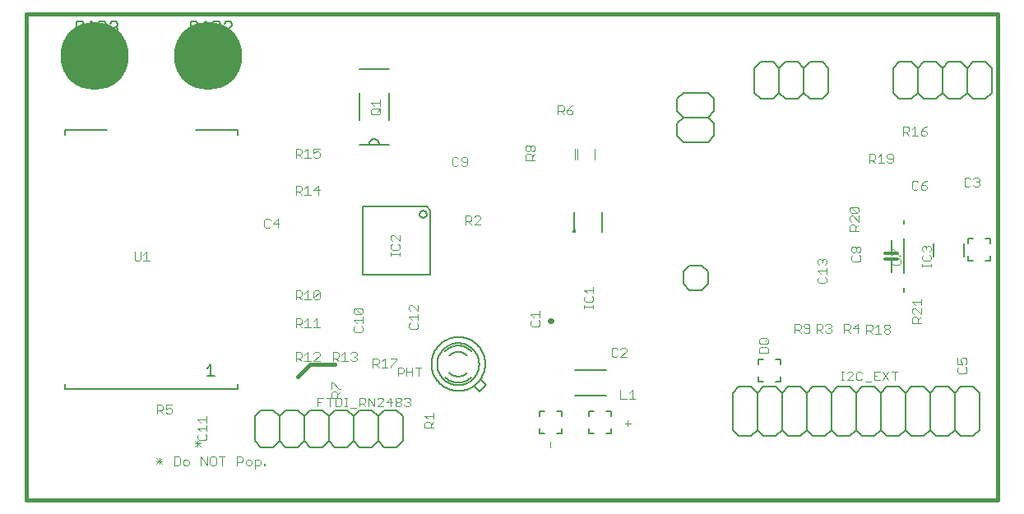
<source format=gto>
G75*
%MOIN*%
%OFA0B0*%
%FSLAX25Y25*%
%IPPOS*%
%LPD*%
%AMOC8*
5,1,8,0,0,1.08239X$1,22.5*
%
%ADD10C,0.01600*%
%ADD11C,0.00300*%
%ADD12C,0.27559*%
%ADD13C,0.00600*%
%ADD14C,0.00400*%
%ADD15C,0.00800*%
%ADD16C,0.02200*%
%ADD17C,0.00500*%
%ADD18C,0.01200*%
D10*
X0001800Y0001800D02*
X0395501Y0001800D01*
X0395501Y0198650D01*
X0001800Y0198650D01*
X0001800Y0001800D01*
X0111800Y0051800D02*
X0116800Y0056800D01*
X0126800Y0056800D01*
D11*
X0125950Y0057950D02*
X0125950Y0061590D01*
X0127770Y0061590D01*
X0128377Y0060983D01*
X0128377Y0059770D01*
X0127770Y0059163D01*
X0125950Y0059163D01*
X0127163Y0059163D02*
X0128377Y0057950D01*
X0129575Y0057950D02*
X0132002Y0057950D01*
X0130788Y0057950D02*
X0130788Y0061590D01*
X0129575Y0060377D01*
X0133200Y0060983D02*
X0133807Y0061590D01*
X0135020Y0061590D01*
X0135627Y0060983D01*
X0135627Y0060377D01*
X0135020Y0059770D01*
X0135627Y0059163D01*
X0135627Y0058557D01*
X0135020Y0057950D01*
X0133807Y0057950D01*
X0133200Y0058557D01*
X0134414Y0059770D02*
X0135020Y0059770D01*
X0142200Y0059090D02*
X0142200Y0055450D01*
X0142200Y0056663D02*
X0144020Y0056663D01*
X0144627Y0057270D01*
X0144627Y0058483D01*
X0144020Y0059090D01*
X0142200Y0059090D01*
X0143413Y0056663D02*
X0144627Y0055450D01*
X0145825Y0055450D02*
X0148252Y0055450D01*
X0149450Y0055450D02*
X0149450Y0056057D01*
X0151877Y0058483D01*
X0151877Y0059090D01*
X0149450Y0059090D01*
X0147038Y0059090D02*
X0147038Y0055450D01*
X0145825Y0057877D02*
X0147038Y0059090D01*
X0137480Y0069825D02*
X0135054Y0069825D01*
X0134447Y0070431D01*
X0134447Y0071645D01*
X0135054Y0072251D01*
X0135660Y0073450D02*
X0134447Y0074663D01*
X0138087Y0074663D01*
X0138087Y0073450D02*
X0138087Y0075876D01*
X0137480Y0077075D02*
X0135054Y0077075D01*
X0134447Y0077682D01*
X0134447Y0078895D01*
X0135054Y0079502D01*
X0137480Y0077075D01*
X0138087Y0077682D01*
X0138087Y0078895D01*
X0137480Y0079502D01*
X0135054Y0079502D01*
X0137480Y0072251D02*
X0138087Y0071645D01*
X0138087Y0070431D01*
X0137480Y0069825D01*
X0120627Y0071700D02*
X0118200Y0071700D01*
X0117002Y0071700D02*
X0114575Y0071700D01*
X0113377Y0071700D02*
X0112163Y0072913D01*
X0112770Y0072913D02*
X0110950Y0072913D01*
X0110950Y0071700D02*
X0110950Y0075340D01*
X0112770Y0075340D01*
X0113377Y0074733D01*
X0113377Y0073520D01*
X0112770Y0072913D01*
X0114575Y0074127D02*
X0115788Y0075340D01*
X0115788Y0071700D01*
X0118200Y0074127D02*
X0119414Y0075340D01*
X0119414Y0071700D01*
X0120020Y0061590D02*
X0118807Y0061590D01*
X0118200Y0060983D01*
X0120020Y0061590D02*
X0120627Y0060983D01*
X0120627Y0060377D01*
X0118200Y0057950D01*
X0120627Y0057950D01*
X0117002Y0057950D02*
X0114575Y0057950D01*
X0113377Y0057950D02*
X0112163Y0059163D01*
X0112770Y0059163D02*
X0110950Y0059163D01*
X0110950Y0057950D02*
X0110950Y0061590D01*
X0112770Y0061590D01*
X0113377Y0060983D01*
X0113377Y0059770D01*
X0112770Y0059163D01*
X0114575Y0060377D02*
X0115788Y0061590D01*
X0115788Y0057950D01*
X0125447Y0049252D02*
X0126054Y0049252D01*
X0128480Y0046825D01*
X0129087Y0046825D01*
X0129087Y0045626D02*
X0127874Y0044413D01*
X0127874Y0045020D02*
X0127874Y0043200D01*
X0129087Y0043200D02*
X0125447Y0043200D01*
X0125447Y0045020D01*
X0126054Y0045626D01*
X0127267Y0045626D01*
X0127874Y0045020D01*
X0125447Y0046825D02*
X0125447Y0049252D01*
X0163197Y0035788D02*
X0166837Y0035788D01*
X0166837Y0034575D02*
X0166837Y0037002D01*
X0164410Y0034575D02*
X0163197Y0035788D01*
X0163804Y0033376D02*
X0165017Y0033376D01*
X0165624Y0032770D01*
X0165624Y0030950D01*
X0166837Y0030950D02*
X0163197Y0030950D01*
X0163197Y0032770D01*
X0163804Y0033376D01*
X0165624Y0032163D02*
X0166837Y0033376D01*
X0098558Y0016307D02*
X0098558Y0015700D01*
X0097952Y0015700D01*
X0097952Y0016307D01*
X0098558Y0016307D01*
X0096753Y0016307D02*
X0096147Y0015700D01*
X0094326Y0015700D01*
X0094326Y0014487D02*
X0094326Y0018127D01*
X0096147Y0018127D01*
X0096753Y0017520D01*
X0096753Y0016307D01*
X0093128Y0016307D02*
X0092521Y0015700D01*
X0091308Y0015700D01*
X0090701Y0016307D01*
X0090701Y0017520D01*
X0091308Y0018127D01*
X0092521Y0018127D01*
X0093128Y0017520D01*
X0093128Y0016307D01*
X0089503Y0017520D02*
X0089503Y0018733D01*
X0088896Y0019340D01*
X0087076Y0019340D01*
X0087076Y0015700D01*
X0087076Y0016913D02*
X0088896Y0016913D01*
X0089503Y0017520D01*
X0082253Y0019340D02*
X0079826Y0019340D01*
X0081039Y0019340D02*
X0081039Y0015700D01*
X0078628Y0016307D02*
X0078628Y0018733D01*
X0078021Y0019340D01*
X0076807Y0019340D01*
X0076201Y0018733D01*
X0076201Y0016307D01*
X0076807Y0015700D01*
X0078021Y0015700D01*
X0078628Y0016307D01*
X0075002Y0015700D02*
X0075002Y0019340D01*
X0072576Y0019340D02*
X0075002Y0015700D01*
X0072576Y0015700D02*
X0072576Y0019340D01*
X0067752Y0017520D02*
X0067145Y0018127D01*
X0065932Y0018127D01*
X0065325Y0017520D01*
X0065325Y0016307D01*
X0065932Y0015700D01*
X0067145Y0015700D01*
X0067752Y0016307D01*
X0067752Y0017520D01*
X0064127Y0016307D02*
X0064127Y0018733D01*
X0063520Y0019340D01*
X0061700Y0019340D01*
X0061700Y0015700D01*
X0063520Y0015700D01*
X0064127Y0016307D01*
X0056877Y0016307D02*
X0054450Y0018733D01*
X0054450Y0017520D02*
X0056877Y0017520D01*
X0056877Y0018733D02*
X0054450Y0016307D01*
X0055663Y0016307D02*
X0055663Y0018733D01*
X0070054Y0023325D02*
X0072480Y0025752D01*
X0071867Y0025950D02*
X0074293Y0025950D01*
X0074900Y0026557D01*
X0074900Y0027770D01*
X0074293Y0028377D01*
X0074900Y0029575D02*
X0074900Y0032002D01*
X0074900Y0033200D02*
X0074900Y0035627D01*
X0074900Y0034414D02*
X0071260Y0034414D01*
X0072473Y0033200D01*
X0071260Y0030788D02*
X0074900Y0030788D01*
X0072473Y0029575D02*
X0071260Y0030788D01*
X0071867Y0028377D02*
X0071260Y0027770D01*
X0071260Y0026557D01*
X0071867Y0025950D01*
X0071267Y0025752D02*
X0071267Y0023325D01*
X0072480Y0023325D02*
X0070054Y0025752D01*
X0070054Y0024538D02*
X0072480Y0024538D01*
X0060145Y0036700D02*
X0058932Y0036700D01*
X0058325Y0037307D01*
X0058325Y0038520D02*
X0059538Y0039127D01*
X0060145Y0039127D01*
X0060752Y0038520D01*
X0060752Y0037307D01*
X0060145Y0036700D01*
X0058325Y0038520D02*
X0058325Y0040340D01*
X0060752Y0040340D01*
X0057127Y0039733D02*
X0057127Y0038520D01*
X0056520Y0037913D01*
X0054700Y0037913D01*
X0054700Y0036700D02*
X0054700Y0040340D01*
X0056520Y0040340D01*
X0057127Y0039733D01*
X0055913Y0037913D02*
X0057127Y0036700D01*
X0110950Y0082950D02*
X0110950Y0086590D01*
X0112770Y0086590D01*
X0113377Y0085983D01*
X0113377Y0084770D01*
X0112770Y0084163D01*
X0110950Y0084163D01*
X0112163Y0084163D02*
X0113377Y0082950D01*
X0114575Y0082950D02*
X0117002Y0082950D01*
X0115788Y0082950D02*
X0115788Y0086590D01*
X0114575Y0085377D01*
X0118200Y0085983D02*
X0118200Y0083557D01*
X0120627Y0085983D01*
X0120627Y0083557D01*
X0120020Y0082950D01*
X0118807Y0082950D01*
X0118200Y0083557D01*
X0118200Y0085983D02*
X0118807Y0086590D01*
X0120020Y0086590D01*
X0120627Y0085983D01*
X0149447Y0100683D02*
X0149447Y0101896D01*
X0149447Y0101290D02*
X0153087Y0101290D01*
X0153087Y0101896D02*
X0153087Y0100683D01*
X0152480Y0103100D02*
X0150054Y0103100D01*
X0149447Y0103706D01*
X0149447Y0104920D01*
X0150054Y0105526D01*
X0150054Y0106725D02*
X0149447Y0107332D01*
X0149447Y0108545D01*
X0150054Y0109152D01*
X0150660Y0109152D01*
X0153087Y0106725D01*
X0153087Y0109152D01*
X0152480Y0105526D02*
X0153087Y0104920D01*
X0153087Y0103706D01*
X0152480Y0103100D01*
X0179700Y0113338D02*
X0179700Y0116978D01*
X0181520Y0116978D01*
X0182126Y0116371D01*
X0182126Y0115158D01*
X0181520Y0114551D01*
X0179700Y0114551D01*
X0180913Y0114551D02*
X0182126Y0113338D01*
X0183325Y0113338D02*
X0185752Y0115765D01*
X0185752Y0116371D01*
X0185145Y0116978D01*
X0183932Y0116978D01*
X0183325Y0116371D01*
X0183325Y0113338D02*
X0185752Y0113338D01*
X0179895Y0136950D02*
X0178682Y0136950D01*
X0178075Y0137557D01*
X0176877Y0137557D02*
X0176270Y0136950D01*
X0175057Y0136950D01*
X0174450Y0137557D01*
X0174450Y0139983D01*
X0175057Y0140590D01*
X0176270Y0140590D01*
X0176877Y0139983D01*
X0178075Y0139983D02*
X0178075Y0139377D01*
X0178682Y0138770D01*
X0180502Y0138770D01*
X0180502Y0137557D02*
X0180502Y0139983D01*
X0179895Y0140590D01*
X0178682Y0140590D01*
X0178075Y0139983D01*
X0180502Y0137557D02*
X0179895Y0136950D01*
X0204260Y0139450D02*
X0204260Y0141270D01*
X0204867Y0141877D01*
X0206080Y0141877D01*
X0206687Y0141270D01*
X0206687Y0139450D01*
X0207900Y0139450D02*
X0204260Y0139450D01*
X0206687Y0140663D02*
X0207900Y0141877D01*
X0207293Y0143075D02*
X0206687Y0143075D01*
X0206080Y0143682D01*
X0206080Y0144895D01*
X0206687Y0145502D01*
X0207293Y0145502D01*
X0207900Y0144895D01*
X0207900Y0143682D01*
X0207293Y0143075D01*
X0206080Y0143682D02*
X0205473Y0143075D01*
X0204867Y0143075D01*
X0204260Y0143682D01*
X0204260Y0144895D01*
X0204867Y0145502D01*
X0205473Y0145502D01*
X0206080Y0144895D01*
X0217200Y0158013D02*
X0217200Y0161653D01*
X0219020Y0161653D01*
X0219626Y0161046D01*
X0219626Y0159833D01*
X0219020Y0159226D01*
X0217200Y0159226D01*
X0218413Y0159226D02*
X0219626Y0158013D01*
X0220825Y0158620D02*
X0221432Y0158013D01*
X0222645Y0158013D01*
X0223252Y0158620D01*
X0223252Y0159226D01*
X0222645Y0159833D01*
X0220825Y0159833D01*
X0220825Y0158620D01*
X0220825Y0159833D02*
X0222038Y0161046D01*
X0223252Y0161653D01*
X0145243Y0161503D02*
X0145243Y0163930D01*
X0145243Y0162717D02*
X0141602Y0162717D01*
X0142816Y0161503D01*
X0142209Y0160305D02*
X0144636Y0160305D01*
X0145243Y0159698D01*
X0145243Y0158485D01*
X0144636Y0157878D01*
X0142209Y0157878D01*
X0141602Y0158485D01*
X0141602Y0159698D01*
X0142209Y0160305D01*
X0144029Y0159092D02*
X0145243Y0160305D01*
X0120627Y0144090D02*
X0118200Y0144090D01*
X0118200Y0142270D01*
X0119414Y0142877D01*
X0120020Y0142877D01*
X0120627Y0142270D01*
X0120627Y0141057D01*
X0120020Y0140450D01*
X0118807Y0140450D01*
X0118200Y0141057D01*
X0117002Y0140450D02*
X0114575Y0140450D01*
X0113377Y0140450D02*
X0112163Y0141663D01*
X0112770Y0141663D02*
X0110950Y0141663D01*
X0110950Y0140450D02*
X0110950Y0144090D01*
X0112770Y0144090D01*
X0113377Y0143483D01*
X0113377Y0142270D01*
X0112770Y0141663D01*
X0114575Y0142877D02*
X0115788Y0144090D01*
X0115788Y0140450D01*
X0115788Y0129090D02*
X0115788Y0125450D01*
X0114575Y0125450D02*
X0117002Y0125450D01*
X0118200Y0127270D02*
X0120627Y0127270D01*
X0120020Y0125450D02*
X0120020Y0129090D01*
X0118200Y0127270D01*
X0115788Y0129090D02*
X0114575Y0127877D01*
X0113377Y0128483D02*
X0113377Y0127270D01*
X0112770Y0126663D01*
X0110950Y0126663D01*
X0110950Y0125450D02*
X0110950Y0129090D01*
X0112770Y0129090D01*
X0113377Y0128483D01*
X0112163Y0126663D02*
X0113377Y0125450D01*
X0103645Y0115590D02*
X0101825Y0113770D01*
X0104252Y0113770D01*
X0103645Y0111950D02*
X0103645Y0115590D01*
X0100627Y0114983D02*
X0100020Y0115590D01*
X0098807Y0115590D01*
X0098200Y0114983D01*
X0098200Y0112557D01*
X0098807Y0111950D01*
X0100020Y0111950D01*
X0100627Y0112557D01*
X0051673Y0098702D02*
X0049246Y0098702D01*
X0050460Y0098702D02*
X0050460Y0102342D01*
X0049246Y0101129D01*
X0048048Y0102342D02*
X0048048Y0099309D01*
X0047441Y0098702D01*
X0046228Y0098702D01*
X0045621Y0099309D01*
X0045621Y0102342D01*
X0156947Y0080145D02*
X0156947Y0078932D01*
X0157554Y0078325D01*
X0156947Y0080145D02*
X0157554Y0080752D01*
X0158160Y0080752D01*
X0160587Y0078325D01*
X0160587Y0080752D01*
X0160587Y0077126D02*
X0160587Y0074700D01*
X0160587Y0075913D02*
X0156947Y0075913D01*
X0158160Y0074700D01*
X0157554Y0073501D02*
X0156947Y0072895D01*
X0156947Y0071681D01*
X0157554Y0071075D01*
X0159980Y0071075D01*
X0160587Y0071681D01*
X0160587Y0072895D01*
X0159980Y0073501D01*
X0206260Y0074020D02*
X0206260Y0072807D01*
X0206867Y0072200D01*
X0209293Y0072200D01*
X0209900Y0072807D01*
X0209900Y0074020D01*
X0209293Y0074627D01*
X0209900Y0075825D02*
X0209900Y0078252D01*
X0209900Y0077038D02*
X0206260Y0077038D01*
X0207473Y0075825D01*
X0206867Y0074627D02*
X0206260Y0074020D01*
X0227947Y0079533D02*
X0227947Y0080746D01*
X0227947Y0080140D02*
X0231587Y0080140D01*
X0231587Y0080746D02*
X0231587Y0079533D01*
X0230980Y0081950D02*
X0228554Y0081950D01*
X0227947Y0082556D01*
X0227947Y0083770D01*
X0228554Y0084376D01*
X0229160Y0085575D02*
X0227947Y0086788D01*
X0231587Y0086788D01*
X0231587Y0085575D02*
X0231587Y0088002D01*
X0230980Y0084376D02*
X0231587Y0083770D01*
X0231587Y0082556D01*
X0230980Y0081950D01*
X0239556Y0063403D02*
X0238950Y0062796D01*
X0238950Y0060370D01*
X0239556Y0059763D01*
X0240770Y0059763D01*
X0241376Y0060370D01*
X0242575Y0059763D02*
X0245002Y0062190D01*
X0245002Y0062796D01*
X0244395Y0063403D01*
X0243182Y0063403D01*
X0242575Y0062796D01*
X0241376Y0062796D02*
X0240770Y0063403D01*
X0239556Y0063403D01*
X0242575Y0059763D02*
X0245002Y0059763D01*
X0247389Y0046309D02*
X0247389Y0042669D01*
X0246176Y0042669D02*
X0248602Y0042669D01*
X0246176Y0045095D02*
X0247389Y0046309D01*
X0242550Y0046309D02*
X0242550Y0042669D01*
X0244977Y0042669D01*
X0313200Y0069450D02*
X0313200Y0073090D01*
X0315020Y0073090D01*
X0315627Y0072483D01*
X0315627Y0071270D01*
X0315020Y0070663D01*
X0313200Y0070663D01*
X0314413Y0070663D02*
X0315627Y0069450D01*
X0316825Y0070057D02*
X0317432Y0069450D01*
X0318645Y0069450D01*
X0319252Y0070057D01*
X0319252Y0072483D01*
X0318645Y0073090D01*
X0317432Y0073090D01*
X0316825Y0072483D01*
X0316825Y0071877D01*
X0317432Y0071270D01*
X0319252Y0071270D01*
X0321950Y0070663D02*
X0323770Y0070663D01*
X0324377Y0071270D01*
X0324377Y0072483D01*
X0323770Y0073090D01*
X0321950Y0073090D01*
X0321950Y0069450D01*
X0323163Y0070663D02*
X0324377Y0069450D01*
X0325575Y0070057D02*
X0326182Y0069450D01*
X0327395Y0069450D01*
X0328002Y0070057D01*
X0328002Y0070663D01*
X0327395Y0071270D01*
X0326788Y0071270D01*
X0327395Y0071270D02*
X0328002Y0071877D01*
X0328002Y0072483D01*
X0327395Y0073090D01*
X0326182Y0073090D01*
X0325575Y0072483D01*
X0333200Y0073090D02*
X0333200Y0069450D01*
X0333200Y0070663D02*
X0335020Y0070663D01*
X0335627Y0071270D01*
X0335627Y0072483D01*
X0335020Y0073090D01*
X0333200Y0073090D01*
X0334413Y0070663D02*
X0335627Y0069450D01*
X0336825Y0071270D02*
X0339252Y0071270D01*
X0338645Y0069450D02*
X0338645Y0073090D01*
X0336825Y0071270D01*
X0342200Y0070413D02*
X0344020Y0070413D01*
X0344627Y0071020D01*
X0344627Y0072233D01*
X0344020Y0072840D01*
X0342200Y0072840D01*
X0342200Y0069200D01*
X0343413Y0070413D02*
X0344627Y0069200D01*
X0345825Y0069200D02*
X0348252Y0069200D01*
X0347038Y0069200D02*
X0347038Y0072840D01*
X0345825Y0071627D01*
X0349450Y0071627D02*
X0349450Y0072233D01*
X0350057Y0072840D01*
X0351270Y0072840D01*
X0351877Y0072233D01*
X0351877Y0071627D01*
X0351270Y0071020D01*
X0350057Y0071020D01*
X0349450Y0071627D01*
X0350057Y0071020D02*
X0349450Y0070413D01*
X0349450Y0069807D01*
X0350057Y0069200D01*
X0351270Y0069200D01*
X0351877Y0069807D01*
X0351877Y0070413D01*
X0351270Y0071020D01*
X0360760Y0073450D02*
X0360760Y0075270D01*
X0361367Y0075877D01*
X0362580Y0075877D01*
X0363187Y0075270D01*
X0363187Y0073450D01*
X0364400Y0073450D02*
X0360760Y0073450D01*
X0363187Y0074663D02*
X0364400Y0075877D01*
X0364400Y0077075D02*
X0361973Y0079502D01*
X0361367Y0079502D01*
X0360760Y0078895D01*
X0360760Y0077682D01*
X0361367Y0077075D01*
X0364400Y0077075D02*
X0364400Y0079502D01*
X0364400Y0080700D02*
X0364400Y0083127D01*
X0364400Y0081914D02*
X0360760Y0081914D01*
X0361973Y0080700D01*
X0355543Y0097200D02*
X0353117Y0097200D01*
X0352510Y0097807D01*
X0352510Y0099020D01*
X0353117Y0099627D01*
X0352510Y0100825D02*
X0352510Y0103252D01*
X0353117Y0103252D01*
X0355543Y0100825D01*
X0356150Y0100825D01*
X0355543Y0099627D02*
X0356150Y0099020D01*
X0356150Y0097807D01*
X0355543Y0097200D01*
X0339900Y0099057D02*
X0339900Y0100270D01*
X0339293Y0100877D01*
X0339293Y0102075D02*
X0338687Y0102075D01*
X0338080Y0102682D01*
X0338080Y0103895D01*
X0338687Y0104502D01*
X0339293Y0104502D01*
X0339900Y0103895D01*
X0339900Y0102682D01*
X0339293Y0102075D01*
X0338080Y0102682D02*
X0337473Y0102075D01*
X0336867Y0102075D01*
X0336260Y0102682D01*
X0336260Y0103895D01*
X0336867Y0104502D01*
X0337473Y0104502D01*
X0338080Y0103895D01*
X0336867Y0100877D02*
X0336260Y0100270D01*
X0336260Y0099057D01*
X0336867Y0098450D01*
X0339293Y0098450D01*
X0339900Y0099057D01*
X0326150Y0098770D02*
X0326150Y0097557D01*
X0325543Y0096950D01*
X0326150Y0095752D02*
X0326150Y0093325D01*
X0326150Y0094538D02*
X0322510Y0094538D01*
X0323723Y0093325D01*
X0323117Y0092127D02*
X0322510Y0091520D01*
X0322510Y0090307D01*
X0323117Y0089700D01*
X0325543Y0089700D01*
X0326150Y0090307D01*
X0326150Y0091520D01*
X0325543Y0092127D01*
X0323117Y0096950D02*
X0322510Y0097557D01*
X0322510Y0098770D01*
X0323117Y0099377D01*
X0323723Y0099377D01*
X0324330Y0098770D01*
X0324937Y0099377D01*
X0325543Y0099377D01*
X0326150Y0098770D01*
X0324330Y0098770D02*
X0324330Y0098164D01*
X0335447Y0110825D02*
X0335447Y0112645D01*
X0336054Y0113251D01*
X0337267Y0113251D01*
X0337874Y0112645D01*
X0337874Y0110825D01*
X0337874Y0112038D02*
X0339087Y0113251D01*
X0339087Y0114450D02*
X0336660Y0116876D01*
X0336054Y0116876D01*
X0335447Y0116270D01*
X0335447Y0115056D01*
X0336054Y0114450D01*
X0339087Y0114450D02*
X0339087Y0116876D01*
X0338480Y0118075D02*
X0336054Y0120502D01*
X0338480Y0120502D01*
X0339087Y0119895D01*
X0339087Y0118682D01*
X0338480Y0118075D01*
X0336054Y0118075D01*
X0335447Y0118682D01*
X0335447Y0119895D01*
X0336054Y0120502D01*
X0335447Y0110825D02*
X0339087Y0110825D01*
X0360700Y0128120D02*
X0361306Y0127513D01*
X0362520Y0127513D01*
X0363126Y0128120D01*
X0364325Y0128120D02*
X0364932Y0127513D01*
X0366145Y0127513D01*
X0366752Y0128120D01*
X0366752Y0128726D01*
X0366145Y0129333D01*
X0364325Y0129333D01*
X0364325Y0128120D01*
X0364325Y0129333D02*
X0365538Y0130546D01*
X0366752Y0131153D01*
X0363126Y0130546D02*
X0362520Y0131153D01*
X0361306Y0131153D01*
X0360700Y0130546D01*
X0360700Y0128120D01*
X0352395Y0138263D02*
X0353002Y0138870D01*
X0353002Y0141296D01*
X0352395Y0141903D01*
X0351182Y0141903D01*
X0350575Y0141296D01*
X0350575Y0140690D01*
X0351182Y0140083D01*
X0353002Y0140083D01*
X0352395Y0138263D02*
X0351182Y0138263D01*
X0350575Y0138870D01*
X0349376Y0138263D02*
X0346950Y0138263D01*
X0345751Y0138263D02*
X0344538Y0139476D01*
X0345145Y0139476D02*
X0343325Y0139476D01*
X0343325Y0138263D02*
X0343325Y0141903D01*
X0345145Y0141903D01*
X0345751Y0141296D01*
X0345751Y0140083D01*
X0345145Y0139476D01*
X0346950Y0140690D02*
X0348163Y0141903D01*
X0348163Y0138263D01*
X0357075Y0149513D02*
X0357075Y0153153D01*
X0358895Y0153153D01*
X0359501Y0152546D01*
X0359501Y0151333D01*
X0358895Y0150726D01*
X0357075Y0150726D01*
X0358288Y0150726D02*
X0359501Y0149513D01*
X0360700Y0149513D02*
X0363126Y0149513D01*
X0361913Y0149513D02*
X0361913Y0153153D01*
X0360700Y0151940D01*
X0364325Y0151333D02*
X0364325Y0150120D01*
X0364932Y0149513D01*
X0366145Y0149513D01*
X0366752Y0150120D01*
X0366752Y0150726D01*
X0366145Y0151333D01*
X0364325Y0151333D01*
X0365538Y0152546D01*
X0366752Y0153153D01*
X0382556Y0132403D02*
X0381950Y0131796D01*
X0381950Y0129370D01*
X0382556Y0128763D01*
X0383770Y0128763D01*
X0384376Y0129370D01*
X0385575Y0129370D02*
X0386182Y0128763D01*
X0387395Y0128763D01*
X0388002Y0129370D01*
X0388002Y0129976D01*
X0387395Y0130583D01*
X0386788Y0130583D01*
X0387395Y0130583D02*
X0388002Y0131190D01*
X0388002Y0131796D01*
X0387395Y0132403D01*
X0386182Y0132403D01*
X0385575Y0131796D01*
X0384376Y0131796D02*
X0383770Y0132403D01*
X0382556Y0132403D01*
X0382293Y0059252D02*
X0381080Y0059252D01*
X0380473Y0058645D01*
X0380473Y0058038D01*
X0381080Y0056825D01*
X0379260Y0056825D01*
X0379260Y0059252D01*
X0382293Y0059252D02*
X0382900Y0058645D01*
X0382900Y0057432D01*
X0382293Y0056825D01*
X0382293Y0055627D02*
X0382900Y0055020D01*
X0382900Y0053807D01*
X0382293Y0053200D01*
X0379867Y0053200D01*
X0379260Y0053807D01*
X0379260Y0055020D01*
X0379867Y0055627D01*
D12*
X0075550Y0181800D03*
X0029300Y0181800D03*
D13*
X0021800Y0176800D02*
X0021800Y0174300D01*
X0024300Y0174300D01*
X0034300Y0174300D02*
X0036800Y0174300D01*
X0036800Y0176800D01*
X0036800Y0186800D02*
X0036800Y0189300D01*
X0034300Y0189300D01*
X0024300Y0189300D02*
X0021800Y0189300D01*
X0021800Y0186800D01*
X0068050Y0186800D02*
X0068050Y0189300D01*
X0070550Y0189300D01*
X0080550Y0189300D02*
X0083050Y0189300D01*
X0083050Y0186800D01*
X0083050Y0176800D02*
X0083050Y0174300D01*
X0080550Y0174300D01*
X0070550Y0174300D02*
X0068050Y0174300D01*
X0068050Y0176800D01*
X0138001Y0120599D02*
X0164202Y0120599D01*
X0165599Y0119202D01*
X0165599Y0093001D01*
X0138001Y0093001D01*
X0138001Y0120599D01*
X0161186Y0117600D02*
X0161188Y0117675D01*
X0161194Y0117749D01*
X0161204Y0117823D01*
X0161217Y0117896D01*
X0161235Y0117969D01*
X0161256Y0118040D01*
X0161281Y0118111D01*
X0161310Y0118180D01*
X0161343Y0118247D01*
X0161379Y0118312D01*
X0161418Y0118376D01*
X0161460Y0118437D01*
X0161506Y0118496D01*
X0161555Y0118553D01*
X0161607Y0118606D01*
X0161661Y0118657D01*
X0161718Y0118706D01*
X0161778Y0118750D01*
X0161840Y0118792D01*
X0161904Y0118831D01*
X0161970Y0118866D01*
X0162037Y0118897D01*
X0162107Y0118925D01*
X0162177Y0118949D01*
X0162249Y0118970D01*
X0162322Y0118986D01*
X0162395Y0118999D01*
X0162470Y0119008D01*
X0162544Y0119013D01*
X0162619Y0119014D01*
X0162693Y0119011D01*
X0162768Y0119004D01*
X0162841Y0118993D01*
X0162915Y0118979D01*
X0162987Y0118960D01*
X0163058Y0118938D01*
X0163128Y0118912D01*
X0163197Y0118882D01*
X0163263Y0118849D01*
X0163328Y0118812D01*
X0163391Y0118772D01*
X0163452Y0118728D01*
X0163510Y0118682D01*
X0163566Y0118632D01*
X0163619Y0118580D01*
X0163670Y0118525D01*
X0163717Y0118467D01*
X0163761Y0118407D01*
X0163802Y0118344D01*
X0163840Y0118280D01*
X0163874Y0118214D01*
X0163905Y0118145D01*
X0163932Y0118076D01*
X0163955Y0118005D01*
X0163974Y0117933D01*
X0163990Y0117860D01*
X0164002Y0117786D01*
X0164010Y0117712D01*
X0164014Y0117637D01*
X0164014Y0117563D01*
X0164010Y0117488D01*
X0164002Y0117414D01*
X0163990Y0117340D01*
X0163974Y0117267D01*
X0163955Y0117195D01*
X0163932Y0117124D01*
X0163905Y0117055D01*
X0163874Y0116986D01*
X0163840Y0116920D01*
X0163802Y0116856D01*
X0163761Y0116793D01*
X0163717Y0116733D01*
X0163670Y0116675D01*
X0163619Y0116620D01*
X0163566Y0116568D01*
X0163510Y0116518D01*
X0163452Y0116472D01*
X0163391Y0116428D01*
X0163328Y0116388D01*
X0163263Y0116351D01*
X0163197Y0116318D01*
X0163128Y0116288D01*
X0163058Y0116262D01*
X0162987Y0116240D01*
X0162915Y0116221D01*
X0162841Y0116207D01*
X0162768Y0116196D01*
X0162693Y0116189D01*
X0162619Y0116186D01*
X0162544Y0116187D01*
X0162470Y0116192D01*
X0162395Y0116201D01*
X0162322Y0116214D01*
X0162249Y0116230D01*
X0162177Y0116251D01*
X0162107Y0116275D01*
X0162037Y0116303D01*
X0161970Y0116334D01*
X0161904Y0116369D01*
X0161840Y0116408D01*
X0161778Y0116450D01*
X0161718Y0116494D01*
X0161661Y0116543D01*
X0161607Y0116594D01*
X0161555Y0116647D01*
X0161506Y0116704D01*
X0161460Y0116763D01*
X0161418Y0116824D01*
X0161379Y0116888D01*
X0161343Y0116953D01*
X0161310Y0117020D01*
X0161281Y0117089D01*
X0161256Y0117160D01*
X0161235Y0117231D01*
X0161217Y0117304D01*
X0161204Y0117377D01*
X0161194Y0117451D01*
X0161188Y0117525D01*
X0161186Y0117600D01*
X0265550Y0149300D02*
X0268050Y0146800D01*
X0278050Y0146800D01*
X0280550Y0149300D01*
X0280550Y0154300D01*
X0278050Y0156800D01*
X0280550Y0159300D01*
X0280550Y0164300D01*
X0278050Y0166800D01*
X0268050Y0166800D01*
X0265550Y0164300D01*
X0265550Y0159300D01*
X0268050Y0156800D01*
X0278050Y0156800D01*
X0268050Y0156800D02*
X0265550Y0154300D01*
X0265550Y0149300D01*
X0296800Y0166800D02*
X0299300Y0164300D01*
X0304300Y0164300D01*
X0306800Y0166800D01*
X0309300Y0164300D01*
X0314300Y0164300D01*
X0316800Y0166800D01*
X0319300Y0164300D01*
X0324300Y0164300D01*
X0326800Y0166800D01*
X0326800Y0176800D01*
X0324300Y0179300D01*
X0319300Y0179300D01*
X0316800Y0176800D01*
X0316800Y0166800D01*
X0306800Y0166800D02*
X0306800Y0176800D01*
X0309300Y0179300D01*
X0314300Y0179300D01*
X0316800Y0176800D01*
X0306800Y0176800D02*
X0304300Y0179300D01*
X0299300Y0179300D01*
X0296800Y0176800D01*
X0296800Y0166800D01*
X0353050Y0166800D02*
X0353050Y0176800D01*
X0355550Y0179300D01*
X0360550Y0179300D01*
X0363050Y0176800D01*
X0365550Y0179300D01*
X0370550Y0179300D01*
X0373050Y0176800D01*
X0375550Y0179300D01*
X0380550Y0179300D01*
X0383050Y0176800D01*
X0385550Y0179300D01*
X0390550Y0179300D01*
X0393050Y0176800D01*
X0393050Y0166800D01*
X0390550Y0164300D01*
X0385550Y0164300D01*
X0383050Y0166800D01*
X0380550Y0164300D01*
X0375550Y0164300D01*
X0373050Y0166800D01*
X0373050Y0176800D01*
X0363050Y0176800D02*
X0363050Y0166800D01*
X0360550Y0164300D01*
X0355550Y0164300D01*
X0353050Y0166800D01*
X0363050Y0166800D02*
X0365550Y0164300D01*
X0370550Y0164300D01*
X0373050Y0166800D01*
X0383050Y0166800D02*
X0383050Y0176800D01*
X0357300Y0115050D02*
X0357300Y0113550D01*
X0357300Y0107550D02*
X0357300Y0093550D01*
X0352300Y0094050D02*
X0352300Y0099350D01*
X0352300Y0101850D02*
X0352300Y0107050D01*
X0369471Y0105857D02*
X0369471Y0100247D01*
X0381629Y0100247D02*
X0381629Y0105857D01*
X0383550Y0105550D02*
X0383550Y0107550D01*
X0385550Y0107550D01*
X0390550Y0107550D02*
X0392550Y0107550D01*
X0392550Y0105550D01*
X0392550Y0100550D02*
X0392550Y0098550D01*
X0390550Y0098550D01*
X0385550Y0098550D02*
X0383550Y0098550D01*
X0383550Y0100550D01*
X0357300Y0087550D02*
X0357300Y0086050D01*
X0307550Y0058800D02*
X0305550Y0058800D01*
X0307550Y0058800D02*
X0307550Y0056800D01*
X0300550Y0058800D02*
X0298550Y0058800D01*
X0298550Y0056800D01*
X0298550Y0051800D02*
X0298550Y0049800D01*
X0300550Y0049800D01*
X0300550Y0047548D02*
X0305550Y0047548D01*
X0308050Y0045048D01*
X0308050Y0030048D01*
X0305550Y0027548D01*
X0300550Y0027548D01*
X0298050Y0030048D01*
X0295550Y0027548D01*
X0290550Y0027548D01*
X0288050Y0030048D01*
X0288050Y0045048D01*
X0290550Y0047548D01*
X0295550Y0047548D01*
X0298050Y0045048D01*
X0298050Y0030048D01*
X0308050Y0030048D02*
X0310550Y0027548D01*
X0315550Y0027548D01*
X0318050Y0030048D01*
X0318050Y0045048D01*
X0320550Y0047548D01*
X0325550Y0047548D01*
X0328050Y0045048D01*
X0328050Y0030048D01*
X0325550Y0027548D01*
X0320550Y0027548D01*
X0318050Y0030048D01*
X0328050Y0030048D02*
X0330550Y0027548D01*
X0335550Y0027548D01*
X0338050Y0030048D01*
X0338050Y0045048D01*
X0335550Y0047548D01*
X0330550Y0047548D01*
X0328050Y0045048D01*
X0318050Y0045048D02*
X0315550Y0047548D01*
X0310550Y0047548D01*
X0308050Y0045048D01*
X0307550Y0049800D02*
X0305550Y0049800D01*
X0307550Y0049800D02*
X0307550Y0051800D01*
X0300550Y0047548D02*
X0298050Y0045048D01*
X0338050Y0045048D02*
X0340550Y0047548D01*
X0345550Y0047548D01*
X0348050Y0045048D01*
X0348050Y0030048D01*
X0345550Y0027548D01*
X0340550Y0027548D01*
X0338050Y0030048D01*
X0348050Y0030048D02*
X0350550Y0027548D01*
X0355550Y0027548D01*
X0358050Y0030048D01*
X0358050Y0045048D01*
X0355550Y0047548D01*
X0350550Y0047548D01*
X0348050Y0045048D01*
X0358050Y0045048D02*
X0360550Y0047548D01*
X0365550Y0047548D01*
X0368050Y0045048D01*
X0368050Y0030048D01*
X0365550Y0027548D01*
X0360550Y0027548D01*
X0358050Y0030048D01*
X0368050Y0030048D02*
X0370550Y0027548D01*
X0375550Y0027548D01*
X0378050Y0030048D01*
X0378050Y0045048D01*
X0375550Y0047548D01*
X0370550Y0047548D01*
X0368050Y0045048D01*
X0378050Y0045048D02*
X0380550Y0047548D01*
X0385550Y0047548D01*
X0388050Y0045048D01*
X0388050Y0030048D01*
X0385550Y0027548D01*
X0380550Y0027548D01*
X0378050Y0030048D01*
X0278050Y0089300D02*
X0275550Y0086800D01*
X0270550Y0086800D01*
X0268050Y0089300D01*
X0268050Y0094300D01*
X0270550Y0096800D01*
X0275550Y0096800D01*
X0278050Y0094300D01*
X0278050Y0089300D01*
X0188043Y0048244D02*
X0185710Y0050577D01*
X0188043Y0048244D02*
X0185427Y0045628D01*
X0183164Y0047890D01*
X0168300Y0056800D02*
X0168303Y0057009D01*
X0168310Y0057217D01*
X0168323Y0057425D01*
X0168341Y0057633D01*
X0168364Y0057840D01*
X0168392Y0058047D01*
X0168425Y0058253D01*
X0168463Y0058458D01*
X0168507Y0058662D01*
X0168555Y0058865D01*
X0168608Y0059067D01*
X0168666Y0059267D01*
X0168729Y0059466D01*
X0168797Y0059664D01*
X0168870Y0059859D01*
X0168947Y0060053D01*
X0169029Y0060245D01*
X0169116Y0060434D01*
X0169208Y0060622D01*
X0169304Y0060807D01*
X0169404Y0060990D01*
X0169509Y0061170D01*
X0169619Y0061347D01*
X0169733Y0061522D01*
X0169851Y0061694D01*
X0169973Y0061863D01*
X0170099Y0062029D01*
X0170229Y0062192D01*
X0170364Y0062352D01*
X0170502Y0062508D01*
X0170644Y0062661D01*
X0170790Y0062810D01*
X0170939Y0062956D01*
X0171092Y0063098D01*
X0171248Y0063236D01*
X0171408Y0063371D01*
X0171571Y0063501D01*
X0171737Y0063627D01*
X0171906Y0063749D01*
X0172078Y0063867D01*
X0172253Y0063981D01*
X0172430Y0064091D01*
X0172610Y0064196D01*
X0172793Y0064296D01*
X0172978Y0064392D01*
X0173166Y0064484D01*
X0173355Y0064571D01*
X0173547Y0064653D01*
X0173741Y0064730D01*
X0173936Y0064803D01*
X0174134Y0064871D01*
X0174333Y0064934D01*
X0174533Y0064992D01*
X0174735Y0065045D01*
X0174938Y0065093D01*
X0175142Y0065137D01*
X0175347Y0065175D01*
X0175553Y0065208D01*
X0175760Y0065236D01*
X0175967Y0065259D01*
X0176175Y0065277D01*
X0176383Y0065290D01*
X0176591Y0065297D01*
X0176800Y0065300D01*
X0177009Y0065297D01*
X0177217Y0065290D01*
X0177425Y0065277D01*
X0177633Y0065259D01*
X0177840Y0065236D01*
X0178047Y0065208D01*
X0178253Y0065175D01*
X0178458Y0065137D01*
X0178662Y0065093D01*
X0178865Y0065045D01*
X0179067Y0064992D01*
X0179267Y0064934D01*
X0179466Y0064871D01*
X0179664Y0064803D01*
X0179859Y0064730D01*
X0180053Y0064653D01*
X0180245Y0064571D01*
X0180434Y0064484D01*
X0180622Y0064392D01*
X0180807Y0064296D01*
X0180990Y0064196D01*
X0181170Y0064091D01*
X0181347Y0063981D01*
X0181522Y0063867D01*
X0181694Y0063749D01*
X0181863Y0063627D01*
X0182029Y0063501D01*
X0182192Y0063371D01*
X0182352Y0063236D01*
X0182508Y0063098D01*
X0182661Y0062956D01*
X0182810Y0062810D01*
X0182956Y0062661D01*
X0183098Y0062508D01*
X0183236Y0062352D01*
X0183371Y0062192D01*
X0183501Y0062029D01*
X0183627Y0061863D01*
X0183749Y0061694D01*
X0183867Y0061522D01*
X0183981Y0061347D01*
X0184091Y0061170D01*
X0184196Y0060990D01*
X0184296Y0060807D01*
X0184392Y0060622D01*
X0184484Y0060434D01*
X0184571Y0060245D01*
X0184653Y0060053D01*
X0184730Y0059859D01*
X0184803Y0059664D01*
X0184871Y0059466D01*
X0184934Y0059267D01*
X0184992Y0059067D01*
X0185045Y0058865D01*
X0185093Y0058662D01*
X0185137Y0058458D01*
X0185175Y0058253D01*
X0185208Y0058047D01*
X0185236Y0057840D01*
X0185259Y0057633D01*
X0185277Y0057425D01*
X0185290Y0057217D01*
X0185297Y0057009D01*
X0185300Y0056800D01*
X0185297Y0056591D01*
X0185290Y0056383D01*
X0185277Y0056175D01*
X0185259Y0055967D01*
X0185236Y0055760D01*
X0185208Y0055553D01*
X0185175Y0055347D01*
X0185137Y0055142D01*
X0185093Y0054938D01*
X0185045Y0054735D01*
X0184992Y0054533D01*
X0184934Y0054333D01*
X0184871Y0054134D01*
X0184803Y0053936D01*
X0184730Y0053741D01*
X0184653Y0053547D01*
X0184571Y0053355D01*
X0184484Y0053166D01*
X0184392Y0052978D01*
X0184296Y0052793D01*
X0184196Y0052610D01*
X0184091Y0052430D01*
X0183981Y0052253D01*
X0183867Y0052078D01*
X0183749Y0051906D01*
X0183627Y0051737D01*
X0183501Y0051571D01*
X0183371Y0051408D01*
X0183236Y0051248D01*
X0183098Y0051092D01*
X0182956Y0050939D01*
X0182810Y0050790D01*
X0182661Y0050644D01*
X0182508Y0050502D01*
X0182352Y0050364D01*
X0182192Y0050229D01*
X0182029Y0050099D01*
X0181863Y0049973D01*
X0181694Y0049851D01*
X0181522Y0049733D01*
X0181347Y0049619D01*
X0181170Y0049509D01*
X0180990Y0049404D01*
X0180807Y0049304D01*
X0180622Y0049208D01*
X0180434Y0049116D01*
X0180245Y0049029D01*
X0180053Y0048947D01*
X0179859Y0048870D01*
X0179664Y0048797D01*
X0179466Y0048729D01*
X0179267Y0048666D01*
X0179067Y0048608D01*
X0178865Y0048555D01*
X0178662Y0048507D01*
X0178458Y0048463D01*
X0178253Y0048425D01*
X0178047Y0048392D01*
X0177840Y0048364D01*
X0177633Y0048341D01*
X0177425Y0048323D01*
X0177217Y0048310D01*
X0177009Y0048303D01*
X0176800Y0048300D01*
X0176591Y0048303D01*
X0176383Y0048310D01*
X0176175Y0048323D01*
X0175967Y0048341D01*
X0175760Y0048364D01*
X0175553Y0048392D01*
X0175347Y0048425D01*
X0175142Y0048463D01*
X0174938Y0048507D01*
X0174735Y0048555D01*
X0174533Y0048608D01*
X0174333Y0048666D01*
X0174134Y0048729D01*
X0173936Y0048797D01*
X0173741Y0048870D01*
X0173547Y0048947D01*
X0173355Y0049029D01*
X0173166Y0049116D01*
X0172978Y0049208D01*
X0172793Y0049304D01*
X0172610Y0049404D01*
X0172430Y0049509D01*
X0172253Y0049619D01*
X0172078Y0049733D01*
X0171906Y0049851D01*
X0171737Y0049973D01*
X0171571Y0050099D01*
X0171408Y0050229D01*
X0171248Y0050364D01*
X0171092Y0050502D01*
X0170939Y0050644D01*
X0170790Y0050790D01*
X0170644Y0050939D01*
X0170502Y0051092D01*
X0170364Y0051248D01*
X0170229Y0051408D01*
X0170099Y0051571D01*
X0169973Y0051737D01*
X0169851Y0051906D01*
X0169733Y0052078D01*
X0169619Y0052253D01*
X0169509Y0052430D01*
X0169404Y0052610D01*
X0169304Y0052793D01*
X0169208Y0052978D01*
X0169116Y0053166D01*
X0169029Y0053355D01*
X0168947Y0053547D01*
X0168870Y0053741D01*
X0168797Y0053936D01*
X0168729Y0054134D01*
X0168666Y0054333D01*
X0168608Y0054533D01*
X0168555Y0054735D01*
X0168507Y0054938D01*
X0168463Y0055142D01*
X0168425Y0055347D01*
X0168392Y0055553D01*
X0168364Y0055760D01*
X0168341Y0055967D01*
X0168323Y0056175D01*
X0168310Y0056383D01*
X0168303Y0056591D01*
X0168300Y0056800D01*
X0171497Y0062103D02*
X0171626Y0062230D01*
X0171759Y0062353D01*
X0171895Y0062474D01*
X0172033Y0062590D01*
X0172175Y0062704D01*
X0172319Y0062814D01*
X0172465Y0062920D01*
X0172614Y0063023D01*
X0172766Y0063123D01*
X0172920Y0063218D01*
X0173076Y0063310D01*
X0173235Y0063398D01*
X0173395Y0063483D01*
X0173558Y0063563D01*
X0173722Y0063639D01*
X0173888Y0063712D01*
X0174056Y0063780D01*
X0174225Y0063844D01*
X0174396Y0063904D01*
X0174569Y0063960D01*
X0174742Y0064012D01*
X0174917Y0064060D01*
X0175093Y0064103D01*
X0175270Y0064142D01*
X0175448Y0064177D01*
X0175627Y0064208D01*
X0175806Y0064234D01*
X0175986Y0064256D01*
X0176166Y0064273D01*
X0176347Y0064286D01*
X0176528Y0064295D01*
X0176709Y0064299D01*
X0176891Y0064299D01*
X0177072Y0064295D01*
X0177253Y0064286D01*
X0177434Y0064273D01*
X0177614Y0064256D01*
X0177794Y0064234D01*
X0177973Y0064208D01*
X0178152Y0064177D01*
X0178330Y0064142D01*
X0178507Y0064103D01*
X0178683Y0064060D01*
X0178858Y0064012D01*
X0179031Y0063960D01*
X0179204Y0063904D01*
X0179375Y0063844D01*
X0179544Y0063780D01*
X0179712Y0063712D01*
X0179878Y0063639D01*
X0180042Y0063563D01*
X0180205Y0063483D01*
X0180365Y0063398D01*
X0180524Y0063310D01*
X0180680Y0063218D01*
X0180834Y0063123D01*
X0180986Y0063023D01*
X0181135Y0062920D01*
X0181281Y0062814D01*
X0181425Y0062704D01*
X0181567Y0062590D01*
X0181705Y0062474D01*
X0181841Y0062353D01*
X0181974Y0062230D01*
X0182103Y0062103D01*
X0165971Y0056871D02*
X0165974Y0057138D01*
X0165984Y0057406D01*
X0166001Y0057673D01*
X0166023Y0057939D01*
X0166053Y0058205D01*
X0166089Y0058470D01*
X0166131Y0058734D01*
X0166180Y0058997D01*
X0166236Y0059259D01*
X0166298Y0059519D01*
X0166366Y0059778D01*
X0166440Y0060035D01*
X0166521Y0060290D01*
X0166608Y0060543D01*
X0166701Y0060794D01*
X0166801Y0061042D01*
X0166906Y0061288D01*
X0167018Y0061531D01*
X0167135Y0061772D01*
X0167258Y0062009D01*
X0167387Y0062244D01*
X0167522Y0062475D01*
X0167662Y0062702D01*
X0167808Y0062927D01*
X0167959Y0063147D01*
X0168116Y0063364D01*
X0168278Y0063577D01*
X0168445Y0063786D01*
X0168617Y0063991D01*
X0168795Y0064191D01*
X0168977Y0064387D01*
X0169164Y0064578D01*
X0169355Y0064765D01*
X0169551Y0064947D01*
X0169751Y0065125D01*
X0169956Y0065297D01*
X0170165Y0065464D01*
X0170378Y0065626D01*
X0170595Y0065783D01*
X0170815Y0065934D01*
X0171040Y0066080D01*
X0171267Y0066220D01*
X0171498Y0066355D01*
X0171733Y0066484D01*
X0171970Y0066607D01*
X0172211Y0066724D01*
X0172454Y0066836D01*
X0172700Y0066941D01*
X0172948Y0067041D01*
X0173199Y0067134D01*
X0173452Y0067221D01*
X0173707Y0067302D01*
X0173964Y0067376D01*
X0174223Y0067444D01*
X0174483Y0067506D01*
X0174745Y0067562D01*
X0175008Y0067611D01*
X0175272Y0067653D01*
X0175537Y0067689D01*
X0175803Y0067719D01*
X0176069Y0067741D01*
X0176336Y0067758D01*
X0176604Y0067768D01*
X0176871Y0067771D01*
X0177138Y0067768D01*
X0177406Y0067758D01*
X0177673Y0067741D01*
X0177939Y0067719D01*
X0178205Y0067689D01*
X0178470Y0067653D01*
X0178734Y0067611D01*
X0178997Y0067562D01*
X0179259Y0067506D01*
X0179519Y0067444D01*
X0179778Y0067376D01*
X0180035Y0067302D01*
X0180290Y0067221D01*
X0180543Y0067134D01*
X0180794Y0067041D01*
X0181042Y0066941D01*
X0181288Y0066836D01*
X0181531Y0066724D01*
X0181772Y0066607D01*
X0182009Y0066484D01*
X0182244Y0066355D01*
X0182475Y0066220D01*
X0182702Y0066080D01*
X0182927Y0065934D01*
X0183147Y0065783D01*
X0183364Y0065626D01*
X0183577Y0065464D01*
X0183786Y0065297D01*
X0183991Y0065125D01*
X0184191Y0064947D01*
X0184387Y0064765D01*
X0184578Y0064578D01*
X0184765Y0064387D01*
X0184947Y0064191D01*
X0185125Y0063991D01*
X0185297Y0063786D01*
X0185464Y0063577D01*
X0185626Y0063364D01*
X0185783Y0063147D01*
X0185934Y0062927D01*
X0186080Y0062702D01*
X0186220Y0062475D01*
X0186355Y0062244D01*
X0186484Y0062009D01*
X0186607Y0061772D01*
X0186724Y0061531D01*
X0186836Y0061288D01*
X0186941Y0061042D01*
X0187041Y0060794D01*
X0187134Y0060543D01*
X0187221Y0060290D01*
X0187302Y0060035D01*
X0187376Y0059778D01*
X0187444Y0059519D01*
X0187506Y0059259D01*
X0187562Y0058997D01*
X0187611Y0058734D01*
X0187653Y0058470D01*
X0187689Y0058205D01*
X0187719Y0057939D01*
X0187741Y0057673D01*
X0187758Y0057406D01*
X0187768Y0057138D01*
X0187771Y0056871D01*
X0187768Y0056604D01*
X0187758Y0056336D01*
X0187741Y0056069D01*
X0187719Y0055803D01*
X0187689Y0055537D01*
X0187653Y0055272D01*
X0187611Y0055008D01*
X0187562Y0054745D01*
X0187506Y0054483D01*
X0187444Y0054223D01*
X0187376Y0053964D01*
X0187302Y0053707D01*
X0187221Y0053452D01*
X0187134Y0053199D01*
X0187041Y0052948D01*
X0186941Y0052700D01*
X0186836Y0052454D01*
X0186724Y0052211D01*
X0186607Y0051970D01*
X0186484Y0051733D01*
X0186355Y0051498D01*
X0186220Y0051267D01*
X0186080Y0051040D01*
X0185934Y0050815D01*
X0185783Y0050595D01*
X0185626Y0050378D01*
X0185464Y0050165D01*
X0185297Y0049956D01*
X0185125Y0049751D01*
X0184947Y0049551D01*
X0184765Y0049355D01*
X0184578Y0049164D01*
X0184387Y0048977D01*
X0184191Y0048795D01*
X0183991Y0048617D01*
X0183786Y0048445D01*
X0183577Y0048278D01*
X0183364Y0048116D01*
X0183147Y0047959D01*
X0182927Y0047808D01*
X0182702Y0047662D01*
X0182475Y0047522D01*
X0182244Y0047387D01*
X0182009Y0047258D01*
X0181772Y0047135D01*
X0181531Y0047018D01*
X0181288Y0046906D01*
X0181042Y0046801D01*
X0180794Y0046701D01*
X0180543Y0046608D01*
X0180290Y0046521D01*
X0180035Y0046440D01*
X0179778Y0046366D01*
X0179519Y0046298D01*
X0179259Y0046236D01*
X0178997Y0046180D01*
X0178734Y0046131D01*
X0178470Y0046089D01*
X0178205Y0046053D01*
X0177939Y0046023D01*
X0177673Y0046001D01*
X0177406Y0045984D01*
X0177138Y0045974D01*
X0176871Y0045971D01*
X0176604Y0045974D01*
X0176336Y0045984D01*
X0176069Y0046001D01*
X0175803Y0046023D01*
X0175537Y0046053D01*
X0175272Y0046089D01*
X0175008Y0046131D01*
X0174745Y0046180D01*
X0174483Y0046236D01*
X0174223Y0046298D01*
X0173964Y0046366D01*
X0173707Y0046440D01*
X0173452Y0046521D01*
X0173199Y0046608D01*
X0172948Y0046701D01*
X0172700Y0046801D01*
X0172454Y0046906D01*
X0172211Y0047018D01*
X0171970Y0047135D01*
X0171733Y0047258D01*
X0171498Y0047387D01*
X0171267Y0047522D01*
X0171040Y0047662D01*
X0170815Y0047808D01*
X0170595Y0047959D01*
X0170378Y0048116D01*
X0170165Y0048278D01*
X0169956Y0048445D01*
X0169751Y0048617D01*
X0169551Y0048795D01*
X0169355Y0048977D01*
X0169164Y0049164D01*
X0168977Y0049355D01*
X0168795Y0049551D01*
X0168617Y0049751D01*
X0168445Y0049956D01*
X0168278Y0050165D01*
X0168116Y0050378D01*
X0167959Y0050595D01*
X0167808Y0050815D01*
X0167662Y0051040D01*
X0167522Y0051267D01*
X0167387Y0051498D01*
X0167258Y0051733D01*
X0167135Y0051970D01*
X0167018Y0052211D01*
X0166906Y0052454D01*
X0166801Y0052700D01*
X0166701Y0052948D01*
X0166608Y0053199D01*
X0166521Y0053452D01*
X0166440Y0053707D01*
X0166366Y0053964D01*
X0166298Y0054223D01*
X0166236Y0054483D01*
X0166180Y0054745D01*
X0166131Y0055008D01*
X0166089Y0055272D01*
X0166053Y0055537D01*
X0166023Y0055803D01*
X0166001Y0056069D01*
X0165984Y0056336D01*
X0165974Y0056604D01*
X0165971Y0056871D01*
X0173264Y0060336D02*
X0173365Y0060433D01*
X0173468Y0060528D01*
X0173574Y0060620D01*
X0173683Y0060709D01*
X0173793Y0060795D01*
X0173907Y0060878D01*
X0174022Y0060957D01*
X0174140Y0061034D01*
X0174260Y0061107D01*
X0174381Y0061176D01*
X0174505Y0061242D01*
X0174631Y0061305D01*
X0174758Y0061364D01*
X0174887Y0061419D01*
X0175017Y0061471D01*
X0175149Y0061519D01*
X0175282Y0061564D01*
X0175416Y0061605D01*
X0175551Y0061642D01*
X0175687Y0061675D01*
X0175825Y0061704D01*
X0175962Y0061729D01*
X0176101Y0061751D01*
X0176240Y0061769D01*
X0176380Y0061782D01*
X0176520Y0061792D01*
X0176660Y0061798D01*
X0176800Y0061800D01*
X0176940Y0061798D01*
X0177080Y0061792D01*
X0177220Y0061782D01*
X0177360Y0061769D01*
X0177499Y0061751D01*
X0177638Y0061729D01*
X0177775Y0061704D01*
X0177913Y0061675D01*
X0178049Y0061642D01*
X0178184Y0061605D01*
X0178318Y0061564D01*
X0178451Y0061519D01*
X0178583Y0061471D01*
X0178713Y0061419D01*
X0178842Y0061364D01*
X0178969Y0061305D01*
X0179095Y0061242D01*
X0179219Y0061176D01*
X0179340Y0061107D01*
X0179460Y0061034D01*
X0179578Y0060957D01*
X0179693Y0060878D01*
X0179807Y0060795D01*
X0179917Y0060709D01*
X0180026Y0060620D01*
X0180132Y0060528D01*
X0180235Y0060433D01*
X0180336Y0060336D01*
X0180336Y0053264D02*
X0180235Y0053167D01*
X0180132Y0053072D01*
X0180026Y0052980D01*
X0179917Y0052891D01*
X0179807Y0052805D01*
X0179693Y0052722D01*
X0179578Y0052643D01*
X0179460Y0052566D01*
X0179340Y0052493D01*
X0179219Y0052424D01*
X0179095Y0052358D01*
X0178969Y0052295D01*
X0178842Y0052236D01*
X0178713Y0052181D01*
X0178583Y0052129D01*
X0178451Y0052081D01*
X0178318Y0052036D01*
X0178184Y0051995D01*
X0178049Y0051958D01*
X0177913Y0051925D01*
X0177775Y0051896D01*
X0177638Y0051871D01*
X0177499Y0051849D01*
X0177360Y0051831D01*
X0177220Y0051818D01*
X0177080Y0051808D01*
X0176940Y0051802D01*
X0176800Y0051800D01*
X0176660Y0051802D01*
X0176520Y0051808D01*
X0176380Y0051818D01*
X0176240Y0051831D01*
X0176101Y0051849D01*
X0175962Y0051871D01*
X0175825Y0051896D01*
X0175687Y0051925D01*
X0175551Y0051958D01*
X0175416Y0051995D01*
X0175282Y0052036D01*
X0175149Y0052081D01*
X0175017Y0052129D01*
X0174887Y0052181D01*
X0174758Y0052236D01*
X0174631Y0052295D01*
X0174505Y0052358D01*
X0174381Y0052424D01*
X0174260Y0052493D01*
X0174140Y0052566D01*
X0174022Y0052643D01*
X0173907Y0052722D01*
X0173793Y0052805D01*
X0173683Y0052891D01*
X0173574Y0052980D01*
X0173468Y0053072D01*
X0173365Y0053167D01*
X0173264Y0053264D01*
X0171497Y0051497D02*
X0171626Y0051370D01*
X0171759Y0051247D01*
X0171895Y0051126D01*
X0172033Y0051010D01*
X0172175Y0050896D01*
X0172319Y0050786D01*
X0172465Y0050680D01*
X0172614Y0050577D01*
X0172766Y0050477D01*
X0172920Y0050382D01*
X0173076Y0050290D01*
X0173235Y0050202D01*
X0173395Y0050117D01*
X0173558Y0050037D01*
X0173722Y0049961D01*
X0173888Y0049888D01*
X0174056Y0049820D01*
X0174225Y0049756D01*
X0174396Y0049696D01*
X0174569Y0049640D01*
X0174742Y0049588D01*
X0174917Y0049540D01*
X0175093Y0049497D01*
X0175270Y0049458D01*
X0175448Y0049423D01*
X0175627Y0049392D01*
X0175806Y0049366D01*
X0175986Y0049344D01*
X0176166Y0049327D01*
X0176347Y0049314D01*
X0176528Y0049305D01*
X0176709Y0049301D01*
X0176891Y0049301D01*
X0177072Y0049305D01*
X0177253Y0049314D01*
X0177434Y0049327D01*
X0177614Y0049344D01*
X0177794Y0049366D01*
X0177973Y0049392D01*
X0178152Y0049423D01*
X0178330Y0049458D01*
X0178507Y0049497D01*
X0178683Y0049540D01*
X0178858Y0049588D01*
X0179031Y0049640D01*
X0179204Y0049696D01*
X0179375Y0049756D01*
X0179544Y0049820D01*
X0179712Y0049888D01*
X0179878Y0049961D01*
X0180042Y0050037D01*
X0180205Y0050117D01*
X0180365Y0050202D01*
X0180524Y0050290D01*
X0180680Y0050382D01*
X0180834Y0050477D01*
X0180986Y0050577D01*
X0181135Y0050680D01*
X0181281Y0050786D01*
X0181425Y0050896D01*
X0181567Y0051010D01*
X0181705Y0051126D01*
X0181841Y0051247D01*
X0181974Y0051370D01*
X0182103Y0051497D01*
X0209800Y0037550D02*
X0209800Y0035550D01*
X0209800Y0037550D02*
X0211800Y0037550D01*
X0216800Y0037550D02*
X0218800Y0037550D01*
X0218800Y0035550D01*
X0218800Y0030550D02*
X0218800Y0028550D01*
X0216800Y0028550D01*
X0211800Y0028550D02*
X0209800Y0028550D01*
X0209800Y0030550D01*
X0229800Y0030550D02*
X0229800Y0028550D01*
X0231800Y0028550D01*
X0236800Y0028550D02*
X0238800Y0028550D01*
X0238800Y0030550D01*
X0238800Y0035550D02*
X0238800Y0037550D01*
X0236800Y0037550D01*
X0231800Y0037550D02*
X0229800Y0037550D01*
X0229800Y0035550D01*
X0154300Y0035550D02*
X0154300Y0025550D01*
X0151800Y0023050D01*
X0146800Y0023050D01*
X0144300Y0025550D01*
X0141800Y0023050D01*
X0136800Y0023050D01*
X0134300Y0025550D01*
X0134300Y0035550D01*
X0136800Y0038050D01*
X0141800Y0038050D01*
X0144300Y0035550D01*
X0146800Y0038050D01*
X0151800Y0038050D01*
X0154300Y0035550D01*
X0144300Y0035550D02*
X0144300Y0025550D01*
X0134300Y0025550D02*
X0131800Y0023050D01*
X0126800Y0023050D01*
X0124300Y0025550D01*
X0121800Y0023050D01*
X0116800Y0023050D01*
X0114300Y0025550D01*
X0111800Y0023050D01*
X0106800Y0023050D01*
X0104300Y0025550D01*
X0101800Y0023050D01*
X0096800Y0023050D01*
X0094300Y0025550D01*
X0094300Y0035550D01*
X0096800Y0038050D01*
X0101800Y0038050D01*
X0104300Y0035550D01*
X0106800Y0038050D01*
X0111800Y0038050D01*
X0114300Y0035550D01*
X0116800Y0038050D01*
X0121800Y0038050D01*
X0124300Y0035550D01*
X0126800Y0038050D01*
X0131800Y0038050D01*
X0134300Y0035550D01*
X0124300Y0035550D02*
X0124300Y0025550D01*
X0114300Y0025550D02*
X0114300Y0035550D01*
X0104300Y0035550D02*
X0104300Y0025550D01*
X0078077Y0052169D02*
X0075141Y0052169D01*
X0076609Y0052169D02*
X0076609Y0056573D01*
X0075141Y0055105D01*
D14*
X0119882Y0043153D02*
X0119882Y0039613D01*
X0119882Y0041383D02*
X0121062Y0041383D01*
X0119882Y0043153D02*
X0122242Y0043153D01*
X0123507Y0043153D02*
X0125867Y0043153D01*
X0124687Y0043153D02*
X0124687Y0039613D01*
X0127132Y0039613D02*
X0128902Y0039613D01*
X0129492Y0040203D01*
X0129492Y0042563D01*
X0128902Y0043153D01*
X0127132Y0043153D01*
X0127132Y0039613D01*
X0130757Y0039613D02*
X0131937Y0039613D01*
X0131347Y0039613D02*
X0131347Y0043153D01*
X0130757Y0043153D02*
X0131937Y0043153D01*
X0136799Y0043153D02*
X0138569Y0043153D01*
X0139159Y0042563D01*
X0139159Y0041383D01*
X0138569Y0040793D01*
X0136799Y0040793D01*
X0136799Y0039613D02*
X0136799Y0043153D01*
X0137979Y0040793D02*
X0139159Y0039613D01*
X0140424Y0039613D02*
X0140424Y0043153D01*
X0142784Y0039613D01*
X0142784Y0043153D01*
X0144049Y0042563D02*
X0144639Y0043153D01*
X0145819Y0043153D01*
X0146409Y0042563D01*
X0146409Y0041973D01*
X0144049Y0039613D01*
X0146409Y0039613D01*
X0147674Y0041383D02*
X0150035Y0041383D01*
X0151300Y0041973D02*
X0151300Y0042563D01*
X0151890Y0043153D01*
X0153070Y0043153D01*
X0153660Y0042563D01*
X0153660Y0041973D01*
X0153070Y0041383D01*
X0151890Y0041383D01*
X0151300Y0041973D01*
X0151890Y0041383D02*
X0151300Y0040793D01*
X0151300Y0040203D01*
X0151890Y0039613D01*
X0153070Y0039613D01*
X0153660Y0040203D01*
X0153660Y0040793D01*
X0153070Y0041383D01*
X0154925Y0040203D02*
X0155515Y0039613D01*
X0156695Y0039613D01*
X0157285Y0040203D01*
X0157285Y0040793D01*
X0156695Y0041383D01*
X0156105Y0041383D01*
X0156695Y0041383D02*
X0157285Y0041973D01*
X0157285Y0042563D01*
X0156695Y0043153D01*
X0155515Y0043153D01*
X0154925Y0042563D01*
X0149445Y0043153D02*
X0147674Y0041383D01*
X0149445Y0039613D02*
X0149445Y0043153D01*
X0135534Y0039023D02*
X0133174Y0039023D01*
X0152286Y0051902D02*
X0152286Y0055442D01*
X0154056Y0055442D01*
X0154646Y0054852D01*
X0154646Y0053672D01*
X0154056Y0053082D01*
X0152286Y0053082D01*
X0155911Y0053672D02*
X0158271Y0053672D01*
X0158271Y0055442D02*
X0158271Y0051902D01*
X0155911Y0051902D02*
X0155911Y0055442D01*
X0159536Y0055442D02*
X0161896Y0055442D01*
X0160716Y0055442D02*
X0160716Y0051902D01*
X0214267Y0025235D02*
X0214267Y0022875D01*
X0244337Y0032805D02*
X0246697Y0032805D01*
X0245517Y0031625D02*
X0245517Y0033985D01*
X0298810Y0061250D02*
X0298810Y0063020D01*
X0299400Y0063610D01*
X0301760Y0063610D01*
X0302350Y0063020D01*
X0302350Y0061250D01*
X0298810Y0061250D01*
X0299400Y0064875D02*
X0298810Y0065465D01*
X0298810Y0066645D01*
X0299400Y0067235D01*
X0301760Y0067235D01*
X0302350Y0066645D01*
X0302350Y0065465D01*
X0301760Y0064875D01*
X0299400Y0064875D01*
X0301170Y0066055D02*
X0302350Y0067235D01*
X0332000Y0053788D02*
X0333180Y0053788D01*
X0332590Y0053788D02*
X0332590Y0050248D01*
X0332000Y0050248D02*
X0333180Y0050248D01*
X0334417Y0050248D02*
X0336777Y0052608D01*
X0336777Y0053198D01*
X0336187Y0053788D01*
X0335007Y0053788D01*
X0334417Y0053198D01*
X0334417Y0050248D02*
X0336777Y0050248D01*
X0338042Y0050838D02*
X0338042Y0053198D01*
X0338632Y0053788D01*
X0339812Y0053788D01*
X0340402Y0053198D01*
X0340402Y0050838D02*
X0339812Y0050248D01*
X0338632Y0050248D01*
X0338042Y0050838D01*
X0341667Y0049658D02*
X0344027Y0049658D01*
X0345292Y0050248D02*
X0347652Y0050248D01*
X0348917Y0050248D02*
X0351277Y0053788D01*
X0352542Y0053788D02*
X0354902Y0053788D01*
X0353722Y0053788D02*
X0353722Y0050248D01*
X0351277Y0050248D02*
X0348917Y0053788D01*
X0347652Y0053788D02*
X0345292Y0053788D01*
X0345292Y0050248D01*
X0345292Y0052018D02*
X0346472Y0052018D01*
X0364810Y0096250D02*
X0364810Y0097430D01*
X0364810Y0096840D02*
X0368350Y0096840D01*
X0368350Y0096250D02*
X0368350Y0097430D01*
X0367760Y0098667D02*
X0365400Y0098667D01*
X0364810Y0099257D01*
X0364810Y0100437D01*
X0365400Y0101027D01*
X0365400Y0102292D02*
X0364810Y0102882D01*
X0364810Y0104062D01*
X0365400Y0104652D01*
X0365990Y0104652D01*
X0366580Y0104062D01*
X0367170Y0104652D01*
X0367760Y0104652D01*
X0368350Y0104062D01*
X0368350Y0102882D01*
X0367760Y0102292D01*
X0367760Y0101027D02*
X0368350Y0100437D01*
X0368350Y0099257D01*
X0367760Y0098667D01*
X0366580Y0103472D02*
X0366580Y0104062D01*
X0232050Y0139635D02*
X0232050Y0143965D01*
X0225050Y0143965D02*
X0225050Y0139635D01*
X0224050Y0139635D02*
X0224050Y0143965D01*
D15*
X0148631Y0145698D02*
X0136820Y0145698D01*
X0140756Y0146091D02*
X0140758Y0146178D01*
X0140764Y0146265D01*
X0140773Y0146352D01*
X0140787Y0146438D01*
X0140804Y0146523D01*
X0140825Y0146608D01*
X0140850Y0146691D01*
X0140878Y0146774D01*
X0140910Y0146855D01*
X0140946Y0146934D01*
X0140985Y0147012D01*
X0141027Y0147088D01*
X0141073Y0147162D01*
X0141122Y0147234D01*
X0141174Y0147304D01*
X0141229Y0147371D01*
X0141287Y0147436D01*
X0141348Y0147499D01*
X0141412Y0147558D01*
X0141478Y0147615D01*
X0141547Y0147668D01*
X0141618Y0147719D01*
X0141691Y0147766D01*
X0141766Y0147811D01*
X0141843Y0147851D01*
X0141921Y0147889D01*
X0142002Y0147922D01*
X0142083Y0147953D01*
X0142166Y0147979D01*
X0142251Y0148002D01*
X0142336Y0148021D01*
X0142421Y0148036D01*
X0142508Y0148048D01*
X0142594Y0148056D01*
X0142681Y0148060D01*
X0142769Y0148060D01*
X0142856Y0148056D01*
X0142942Y0148048D01*
X0143029Y0148036D01*
X0143114Y0148021D01*
X0143199Y0148002D01*
X0143284Y0147979D01*
X0143367Y0147953D01*
X0143448Y0147922D01*
X0143529Y0147889D01*
X0143607Y0147851D01*
X0143684Y0147811D01*
X0143759Y0147766D01*
X0143832Y0147719D01*
X0143903Y0147668D01*
X0143972Y0147615D01*
X0144038Y0147558D01*
X0144102Y0147499D01*
X0144163Y0147436D01*
X0144221Y0147371D01*
X0144276Y0147304D01*
X0144328Y0147234D01*
X0144377Y0147162D01*
X0144423Y0147088D01*
X0144465Y0147012D01*
X0144504Y0146934D01*
X0144540Y0146855D01*
X0144572Y0146774D01*
X0144600Y0146691D01*
X0144625Y0146608D01*
X0144646Y0146523D01*
X0144663Y0146438D01*
X0144677Y0146352D01*
X0144686Y0146265D01*
X0144692Y0146178D01*
X0144694Y0146091D01*
X0148631Y0155540D02*
X0148631Y0166564D01*
X0136820Y0166564D02*
X0136820Y0155540D01*
X0136820Y0176406D02*
X0148631Y0176406D01*
X0087341Y0151869D02*
X0087341Y0149869D01*
X0087341Y0151869D02*
X0070341Y0151869D01*
X0034341Y0151869D02*
X0017341Y0151869D01*
X0017341Y0149869D01*
X0017341Y0048869D02*
X0017341Y0046869D01*
X0087341Y0046869D01*
X0087341Y0048869D01*
X0224251Y0044182D02*
X0236849Y0044182D01*
X0236849Y0054418D02*
X0224251Y0054418D01*
D16*
X0214420Y0074300D02*
X0214180Y0074300D01*
D17*
X0223650Y0110363D02*
X0223650Y0118237D01*
X0223406Y0110850D02*
X0223408Y0110889D01*
X0223414Y0110928D01*
X0223424Y0110966D01*
X0223437Y0111003D01*
X0223454Y0111038D01*
X0223474Y0111072D01*
X0223498Y0111103D01*
X0223525Y0111132D01*
X0223554Y0111158D01*
X0223586Y0111181D01*
X0223620Y0111201D01*
X0223656Y0111217D01*
X0223693Y0111229D01*
X0223732Y0111238D01*
X0223771Y0111243D01*
X0223810Y0111244D01*
X0223849Y0111241D01*
X0223888Y0111234D01*
X0223925Y0111223D01*
X0223962Y0111209D01*
X0223997Y0111191D01*
X0224030Y0111170D01*
X0224061Y0111145D01*
X0224089Y0111118D01*
X0224114Y0111088D01*
X0224136Y0111055D01*
X0224155Y0111021D01*
X0224170Y0110985D01*
X0224182Y0110947D01*
X0224190Y0110909D01*
X0224194Y0110870D01*
X0224194Y0110830D01*
X0224190Y0110791D01*
X0224182Y0110753D01*
X0224170Y0110715D01*
X0224155Y0110679D01*
X0224136Y0110645D01*
X0224114Y0110612D01*
X0224089Y0110582D01*
X0224061Y0110555D01*
X0224030Y0110530D01*
X0223997Y0110509D01*
X0223962Y0110491D01*
X0223925Y0110477D01*
X0223888Y0110466D01*
X0223849Y0110459D01*
X0223810Y0110456D01*
X0223771Y0110457D01*
X0223732Y0110462D01*
X0223693Y0110471D01*
X0223656Y0110483D01*
X0223620Y0110499D01*
X0223586Y0110519D01*
X0223554Y0110542D01*
X0223525Y0110568D01*
X0223498Y0110597D01*
X0223474Y0110628D01*
X0223454Y0110662D01*
X0223437Y0110697D01*
X0223424Y0110734D01*
X0223414Y0110772D01*
X0223408Y0110811D01*
X0223406Y0110850D01*
X0234950Y0110363D02*
X0234950Y0118237D01*
X0085114Y0191050D02*
X0082112Y0191050D01*
X0085114Y0194053D01*
X0085114Y0194803D01*
X0084364Y0195554D01*
X0082862Y0195554D01*
X0082112Y0194803D01*
X0080510Y0194803D02*
X0079760Y0195554D01*
X0077508Y0195554D01*
X0077508Y0191050D01*
X0079760Y0191050D01*
X0080510Y0191801D01*
X0080510Y0194803D01*
X0075906Y0194053D02*
X0075906Y0191050D01*
X0075906Y0193302D02*
X0072904Y0193302D01*
X0072904Y0194053D02*
X0074405Y0195554D01*
X0075906Y0194053D01*
X0072904Y0194053D02*
X0072904Y0191050D01*
X0071303Y0193302D02*
X0070552Y0192551D01*
X0068300Y0192551D01*
X0068300Y0191050D02*
X0068300Y0195554D01*
X0070552Y0195554D01*
X0071303Y0194803D01*
X0071303Y0193302D01*
X0038864Y0192551D02*
X0038864Y0191801D01*
X0038114Y0191050D01*
X0036612Y0191050D01*
X0035862Y0191801D01*
X0034260Y0191801D02*
X0034260Y0194803D01*
X0033510Y0195554D01*
X0031258Y0195554D01*
X0031258Y0191050D01*
X0033510Y0191050D01*
X0034260Y0191801D01*
X0037363Y0193302D02*
X0038114Y0193302D01*
X0038864Y0192551D01*
X0038114Y0193302D02*
X0038864Y0194053D01*
X0038864Y0194803D01*
X0038114Y0195554D01*
X0036612Y0195554D01*
X0035862Y0194803D01*
X0029656Y0194053D02*
X0029656Y0191050D01*
X0029656Y0193302D02*
X0026654Y0193302D01*
X0026654Y0194053D02*
X0028155Y0195554D01*
X0029656Y0194053D01*
X0026654Y0194053D02*
X0026654Y0191050D01*
X0025053Y0193302D02*
X0024302Y0192551D01*
X0022050Y0192551D01*
X0022050Y0191050D02*
X0022050Y0195554D01*
X0024302Y0195554D01*
X0025053Y0194803D01*
X0025053Y0193302D01*
D18*
X0349800Y0101850D02*
X0352300Y0101850D01*
X0354800Y0101850D01*
X0354800Y0099350D02*
X0352300Y0099350D01*
X0349800Y0099350D01*
M02*

</source>
